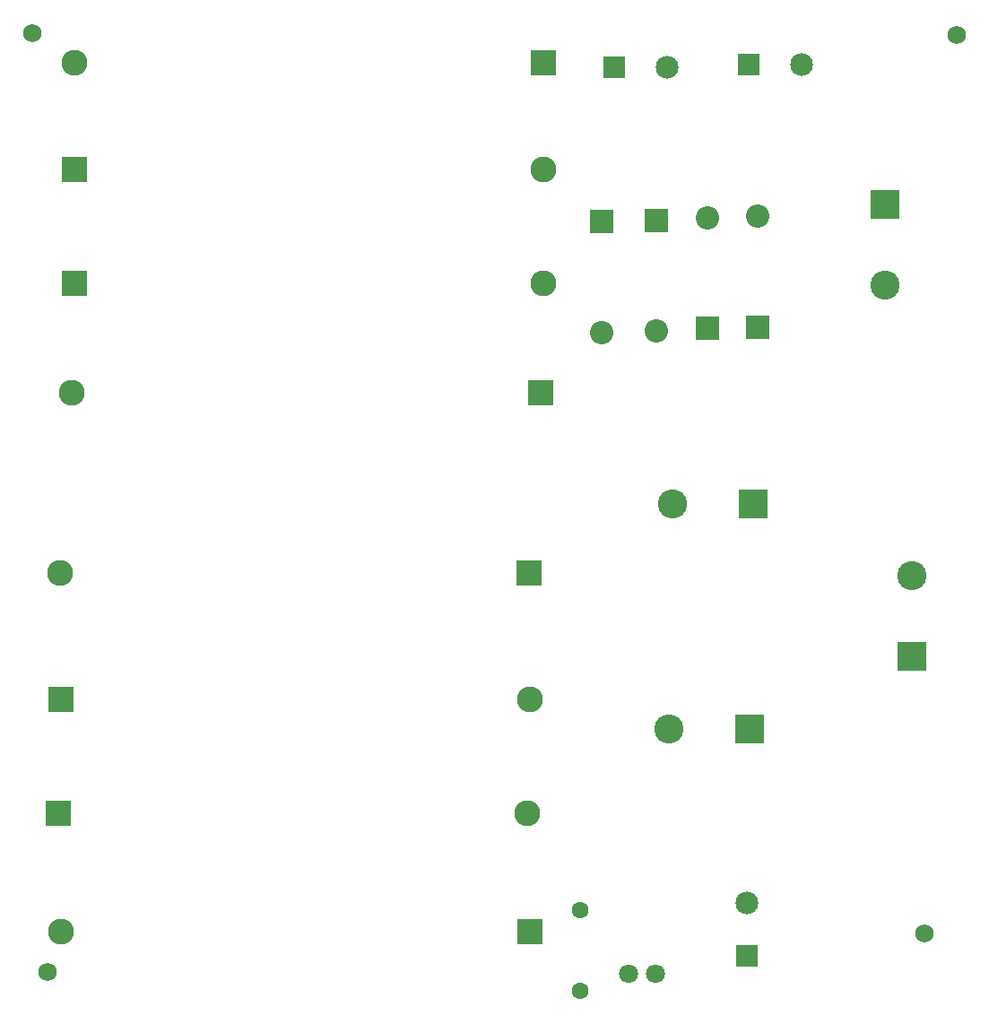
<source format=gts>
G04 Layer_Color=8388736*
%FSLAX25Y25*%
%MOIN*%
G70*
G01*
G75*
%ADD30C,0.06800*%
%ADD31C,0.08674*%
%ADD32R,0.09658X0.09658*%
%ADD33C,0.09658*%
%ADD34C,0.08477*%
%ADD35R,0.08477X0.08477*%
%ADD36C,0.07099*%
%ADD37C,0.06312*%
%ADD38C,0.10800*%
%ADD39R,0.10800X0.10800*%
%ADD40R,0.08674X0.08674*%
%ADD41R,0.10800X0.10800*%
%ADD42R,0.08477X0.08477*%
D30*
X200409Y353500D02*
D03*
Y314000D02*
D03*
Y271500D02*
D03*
X199500Y231000D02*
D03*
X195000Y164000D02*
D03*
X195409Y117000D02*
D03*
X194409Y74500D02*
D03*
X195409Y30500D02*
D03*
X21000D02*
D03*
X20000Y74500D02*
D03*
X21000Y117000D02*
D03*
X20591Y164000D02*
D03*
X25091Y231000D02*
D03*
X26000Y271500D02*
D03*
X10500Y364500D02*
D03*
X16000Y15500D02*
D03*
X342000Y30000D02*
D03*
X354000Y364000D02*
D03*
D31*
X26000Y314000D02*
D03*
Y353500D02*
D03*
X242500Y253909D02*
D03*
X261500Y296091D02*
D03*
X222000Y253410D02*
D03*
X280000Y296590D02*
D03*
D32*
X20000Y74500D02*
D03*
X195000Y164000D02*
D03*
X21000Y117000D02*
D03*
X199500Y231000D02*
D03*
X26000Y271500D02*
D03*
Y314000D02*
D03*
X200409Y353500D02*
D03*
X195409Y30500D02*
D03*
D33*
X194409Y74500D02*
D03*
X20591Y164000D02*
D03*
X195409Y117000D02*
D03*
X25091Y231000D02*
D03*
X200409Y271500D02*
D03*
Y314000D02*
D03*
X26000Y353500D02*
D03*
X21000Y30500D02*
D03*
D34*
X276000Y41342D02*
D03*
X246500Y352000D02*
D03*
X296500Y353000D02*
D03*
D35*
X276000Y21657D02*
D03*
D36*
X242000Y15000D02*
D03*
X232000D02*
D03*
D37*
X214000Y8500D02*
D03*
Y38500D02*
D03*
D38*
X247000Y106000D02*
D03*
X327500Y271000D02*
D03*
X337500Y163000D02*
D03*
X248500Y189500D02*
D03*
D39*
X277000Y106000D02*
D03*
X278500Y189500D02*
D03*
D40*
X242500Y295091D02*
D03*
X261500Y254909D02*
D03*
X222000Y294590D02*
D03*
X280000Y255410D02*
D03*
D41*
X327500Y301000D02*
D03*
X337500Y133000D02*
D03*
D42*
X226815Y352000D02*
D03*
X276815Y353000D02*
D03*
M02*

</source>
